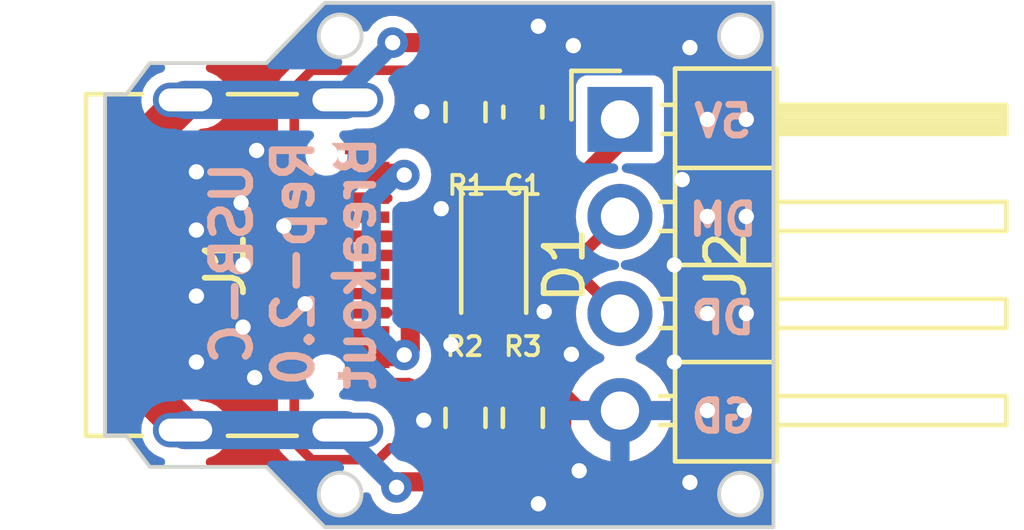
<source format=kicad_pcb>
(kicad_pcb (version 20221018) (generator pcbnew)
  (layers (0 "F.Cu" signal) (31 "B.Cu" signal) (34 "B.Paste" user) (35 "F.Paste" user) (36 "B.SilkS" user "B.Silkscreen") (37 "F.SilkS" user "F.Silkscreen") (38 "B.Mask" user) (39 "F.Mask" user) (44 "Edge.Cuts" user))
  (net 0 "")
  (net 1 "Net-(J1-SHIELD)")
  (net 2 "GND")
  (net 3 "VBUS")
  (net 4 "Net-(D1-A)")
  (net 5 "Net-(J1-CC1)")
  (net 6 "Net-(J2-Pin_3)")
  (net 7 "Net-(J2-Pin_2)")
  (net 8 "unconnected-(J1-SBU1-PadA8)")
  (net 9 "Net-(J1-CC2)")
  (net 10 "unconnected-(J1-SBU2-PadB8)")
  (footprint "Resistor_SMD:R_0603_1608Metric" (layer "F.Cu") (at 84.455 86.55 90)
    (fp_text reference "R2" (at 1.8664 -0.0254) (layer "F.SilkS") (effects (font (size 0.5 0.5) (thickness 0.1) bold)))
    (fp_text value "5.1k")
    (fp_line (start -0.237258 -0.5225) (end 0.237258 -0.5225) (stroke (width 0.12)) (layer "F.SilkS"))
    (fp_line (start -0.237258 0.5225) (end 0.237258 0.5225) (stroke (width 0.12)) (layer "F.SilkS"))
    (pad "1" smd roundrect (at -0.825 0 90) (size 0.8 0.95) (layers "F.Cu" "F.Paste" "F.Mask") (net 9 "Net-(J1-CC2)"))
    (pad "2" smd roundrect (at 0.825 0 90) (size 0.8 0.95) (layers "F.Cu" "F.Paste" "F.Mask") (net 2 "GND"))
  )
  (footprint "Connector_USB:USB_C_Receptacle_Palconn_UTC16-G" (layer "F.Cu") (at 79.373 82.55 -90)
    (fp_text reference "J1" (at 0 1.1918 -90) (layer "F.SilkS"))
    (fp_text value "USB_C_REC_16PIN")
    (fp_line (start -4.47 -0.67) (end -4.47 1.13) (stroke (width 0.12)) (layer "F.SilkS"))
    (fp_line (start -4.47 4.84) (end -4.47 3.38) (stroke (width 0.12)) (layer "F.SilkS"))
    (fp_line (start 4.47 -0.67) (end 4.47 1.13) (stroke (width 0.12)) (layer "F.SilkS"))
    (fp_line (start 4.47 4.84) (end -4.47 4.84) (stroke (width 0.12)) (layer "F.SilkS"))
    (fp_line (start 4.47 4.84) (end 4.47 3.38) (stroke (width 0.12)) (layer "F.SilkS"))
    (pad "" np_thru_hole circle (at -2.89 -1.45 90) (size 0.6 0.6) (drill 0.6) (layers "*.Cu" "*.Mask"))
    (pad "" np_thru_hole circle (at 2.89 -1.45 90) (size 0.6 0.6) (drill 0.6) (layers "*.Cu" "*.Mask"))
    (pad "A1" smd rect (at -3.2 -2.51 270) (size 0.6 1.16) (layers "F.Cu" "F.Paste" "F.Mask") (net 2 "GND"))
    (pad "A4" smd rect (at -2.4 -2.51 270) (size 0.6 1.16) (layers "F.Cu" "F.Paste" "F.Mask") (net 4 "Net-(D1-A)"))
    (pad "A5" smd rect (at -1.25 -2.51 90) (size 0.3 1.16) (layers "F.Cu" "F.Paste" "F.Mask") (net 5 "Net-(J1-CC1)"))
    (pad "A6" smd rect (at -0.25 -2.51 90) (size 0.3 1.16) (layers "F.Cu" "F.Paste" "F.Mask") (net 6 "Net-(J2-Pin_3)"))
    (pad "A7" smd rect (at 0.25 -2.51 90) (size 0.3 1.16) (layers "F.Cu" "F.Paste" "F.Mask") (net 7 "Net-(J2-Pin_2)"))
    (pad "A8" smd rect (at 1.25 -2.51 90) (size 0.3 1.16) (layers "F.Cu" "F.Paste" "F.Mask") (net 8 "unconnected-(J1-SBU1-PadA8)"))
    (pad "A9" smd rect (at 2.4 -2.51 270) (size 0.6 1.16) (layers "F.Cu" "F.Paste" "F.Mask") (net 4 "Net-(D1-A)"))
    (pad "A12" smd rect (at 3.2 -2.51 270) (size 0.6 1.16) (layers "F.Cu" "F.Paste" "F.Mask") (net 2 "GND"))
    (pad "B1" smd rect (at 3.2 -2.51 270) (size 0.6 1.16) (layers "F.Cu" "F.Paste" "F.Mask") (net 2 "GND"))
    (pad "B4" smd rect (at 2.4 -2.51 270) (size 0.6 1.16) (layers "F.Cu" "F.Paste" "F.Mask") (net 4 "Net-(D1-A)"))
    (pad "B5" smd rect (at 1.75 -2.51 90) (size 0.3 1.16) (layers "F.Cu" "F.Paste" "F.Mask") (net 9 "Net-(J1-CC2)"))
    (pad "B6" smd rect (at 0.75 -2.51 90) (size 0.3 1.16) (layers "F.Cu" "F.Paste" "F.Mask") (net 6 "Net-(J2-Pin_3)"))
    (pad "B7" smd rect (at -0.75 -2.51 90) (size 0.3 1.16) (layers "F.Cu" "F.Paste" "F.Mask") (net 7 "Net-(J2-Pin_2)"))
    (pad "B8" smd rect (at -1.75 -2.51 90) (size 0.3 1.16) (layers "F.Cu" "F.Paste" "F.Mask") (net 10 "unconnected-(J1-SBU2-PadB8)"))
    (pad "B9" smd rect (at -2.4 -2.51 270) (size 0.6 1.16) (layers "F.Cu" "F.Paste" "F.Mask") (net 4 "Net-(D1-A)"))
    (pad "B12" smd rect (at -3.2 -2.51 270) (size 0.6 1.16) (layers "F.Cu" "F.Paste" "F.Mask") (net 2 "GND"))
    (pad "S1" thru_hole oval (at -4.32 -1.93) (size 2 0.9) (drill oval 1.7 0.6) (layers "*.Cu" "*.Mask") (net 1 "Net-(J1-SHIELD)"))
    (pad "S1" thru_hole oval (at -4.32 2.24) (size 1.7 0.9) (drill oval 1.4 0.6) (layers "*.Cu" "*.Mask") (net 1 "Net-(J1-SHIELD)"))
    (pad "S1" thru_hole oval (at 4.32 -1.93) (size 2 0.9) (drill oval 1.7 0.6) (layers "*.Cu" "*.Mask") (net 1 "Net-(J1-SHIELD)"))
    (pad "S1" thru_hole oval (at 4.32 2.24) (size 1.7 0.9) (drill oval 1.4 0.6) (layers "*.Cu" "*.Mask") (net 1 "Net-(J1-SHIELD)"))
  )
  (footprint "Resistor_SMD:R_0603_1608Metric" (layer "F.Cu") (at 84.455 78.549 -90)
    (fp_text reference "R1" (at 1.9182 -0.0254) (layer "F.SilkS") (effects (font (size 0.5 0.5) (thickness 0.1) bold)))
    (fp_text value "5.1k")
    (fp_line (start -0.237258 -0.5225) (end 0.237258 -0.5225) (stroke (width 0.12)) (layer "F.SilkS"))
    (fp_line (start -0.237258 0.5225) (end 0.237258 0.5225) (stroke (width 0.12)) (layer "F.SilkS"))
    (pad "1" smd roundrect (at -0.825 0 270) (size 0.8 0.95) (layers "F.Cu" "F.Paste" "F.Mask") (net 5 "Net-(J1-CC1)"))
    (pad "2" smd roundrect (at 0.825 0 270) (size 0.8 0.95) (layers "F.Cu" "F.Paste" "F.Mask") (net 2 "GND"))
  )
  (footprint "Capacitor_SMD:C_0603_1608Metric" (layer "F.Cu") (at 85.9536 78.5498 -90)
    (fp_text reference "C1" (at 1.9174 0 -180) (layer "F.SilkS") (effects (font (size 0.5 0.5) (thickness 0.1) bold)))
    (fp_text value "4.7nF")
    (fp_line (start -0.14058 -0.51) (end 0.14058 -0.51) (stroke (width 0.12)) (layer "F.SilkS"))
    (fp_line (start -0.14058 0.51) (end 0.14058 0.51) (stroke (width 0.12)) (layer "F.SilkS"))
    (pad "1" smd roundrect (at -0.775 0 270) (size 0.9 0.95) (layers "F.Cu" "F.Paste" "F.Mask") (net 1 "Net-(J1-SHIELD)"))
    (pad "2" smd roundrect (at 0.775 0 270) (size 0.9 0.95) (layers "F.Cu" "F.Paste" "F.Mask") (net 2 "GND"))
  )
  (footprint "Resistor_SMD:R_0603_1608Metric" (layer "F.Cu") (at 85.9536 86.55 90)
    (fp_text reference "R3" (at 1.8664 0) (layer "F.SilkS") (effects (font (size 0.5 0.5) (thickness 0.1) bold)))
    (fp_text value "56k")
    (fp_line (start -0.237258 -0.5225) (end 0.237258 -0.5225) (stroke (width 0.12)) (layer "F.SilkS"))
    (fp_line (start -0.237258 0.5225) (end 0.237258 0.5225) (stroke (width 0.12)) (layer "F.SilkS"))
    (pad "1" smd roundrect (at -0.825 0 90) (size 0.8 0.95) (layers "F.Cu" "F.Paste" "F.Mask") (net 1 "Net-(J1-SHIELD)"))
    (pad "2" smd roundrect (at 0.825 0 90) (size 0.8 0.95) (layers "F.Cu" "F.Paste" "F.Mask") (net 2 "GND"))
  )
  (footprint "Diode_SMD:D_SOD-323_HandSoldering" (layer "F.Cu") (at 85.1916 82.55 -90)
    (fp_text reference "D1" (at 0 -1.85 -90) (layer "F.SilkS"))
    (fp_text value "1N5819WS")
    (fp_line (start -2.01 -0.85) (end -2.01 0.85) (stroke (width 0.12)) (layer "F.SilkS"))
    (fp_line (start -2.01 -0.85) (end 1.25 -0.85) (stroke (width 0.12)) (layer "F.SilkS"))
    (fp_line (start -2.01 0.85) (end 1.25 0.85) (stroke (width 0.12)) (layer "F.SilkS"))
    (pad "1" smd roundrect (at -1.25 0 270) (size 1 1) (layers "F.Cu" "F.Paste" "F.Mask") (net 3 "VBUS"))
    (pad "2" smd roundrect (at 1.25 0 270) (size 1 1) (layers "F.Cu" "F.Paste" "F.Mask") (net 4 "Net-(D1-A)"))
  )
  (footprint "Connector_PinHeader_2.54mm:PinHeader_1x04_P2.54mm_Horizontal" (layer "F.Cu") (at 88.4936 78.74)
    (fp_text reference "J2" (at 2.77 3.81 90) (layer "F.SilkS"))
    (fp_text value "USB_OUT")
    (fp_line (start -1.27 -1.27) (end 0 -1.27) (stroke (width 0.12)) (layer "F.SilkS"))
    (fp_line (start -1.27 0) (end -1.27 -1.27) (stroke (width 0.12)) (layer "F.SilkS"))
    (fp_line (start 1.042929 2.16) (end 1.44 2.16) (stroke (width 0.12)) (layer "F.SilkS"))
    (fp_line (start 1.042929 2.92) (end 1.44 2.92) (stroke (width 0.12)) (layer "F.SilkS"))
    (fp_line (start 1.042929 4.7) (end 1.44 4.7) (stroke (width 0.12)) (layer "F.SilkS"))
    (fp_line (start 1.042929 5.46) (end 1.44 5.46) (stroke (width 0.12)) (layer "F.SilkS"))
    (fp_line (start 1.042929 7.24) (end 1.44 7.24) (stroke (width 0.12)) (layer "F.SilkS"))
    (fp_line (start 1.042929 8) (end 1.44 8) (stroke (width 0.12)) (layer "F.SilkS"))
    (fp_line (start 1.11 -0.38) (end 1.44 -0.38) (stroke (width 0.12)) (layer "F.SilkS"))
    (fp_line (start 1.11 0.38) (end 1.44 0.38) (stroke (width 0.12)) (layer "F.SilkS"))
    (fp_line (start 1.44 -1.33) (end 1.44 8.95) (stroke (width 0.12)) (layer "F.SilkS"))
    (fp_line (start 1.44 1.27) (end 4.1 1.27) (stroke (width 0.12)) (layer "F.SilkS"))
    (fp_line (start 1.44 3.81) (end 4.1 3.81) (stroke (width 0.12)) (layer "F.SilkS"))
    (fp_line (start 1.44 6.35) (end 4.1 6.35) (stroke (width 0.12)) (layer "F.SilkS"))
    (fp_line (start 1.44 8.95) (end 4.1 8.95) (stroke (width 0.12)) (layer "F.SilkS"))
    (fp_line (start 4.1 -1.33) (end 1.44 -1.33) (stroke (width 0.12)) (layer "F.SilkS"))
    (fp_line (start 4.1 -0.38) (end 10.1 -0.38) (stroke (width 0.12)) (layer "F.SilkS"))
    (fp_line (start 4.1 -0.32) (end 10.1 -0.32) (stroke (width 0.12)) (layer "F.SilkS"))
    (fp_line (start 4.1 -0.2) (end 10.1 -0.2) (stroke (width 0.12)) (layer "F.SilkS"))
    (fp_line (start 4.1 -0.08) (end 10.1 -0.08) (stroke (width 0.12)) (layer "F.SilkS"))
    (fp_line (start 4.1 0.04) (end 10.1 0.04) (stroke (width 0.12)) (layer "F.SilkS"))
    (fp_line (start 4.1 0.16) (end 10.1 0.16) (stroke (width 0.12)) (layer "F.SilkS"))
    (fp_line (start 4.1 0.28) (end 10.1 0.28) (stroke (width 0.12)) (layer "F.SilkS"))
    (fp_line (start 4.1 2.16) (end 10.1 2.16) (stroke (width 0.12)) (layer "F.SilkS"))
    (fp_line (start 4.1 4.7) (end 10.1 4.7) (stroke (width 0.12)) (layer "F.SilkS"))
    (fp_line (start 4.1 7.24) (end 10.1 7.24) (stroke (width 0.12)) (layer "F.SilkS"))
    (fp_line (start 4.1 8.95) (end 4.1 -1.33) (stroke (width 0.12)) (layer "F.SilkS"))
    (fp_line (start 10.1 -0.38) (end 10.1 0.38) (stroke (width 0.12)) (layer "F.SilkS"))
    (fp_line (start 10.1 0.38) (end 4.1 0.38) (stroke (width 0.12)) (layer "F.SilkS"))
    (fp_line (start 10.1 2.16) (end 10.1 2.92) (stroke (width 0.12)) (layer "F.SilkS"))
    (fp_line (start 10.1 2.92) (end 4.1 2.92) (stroke (width 0.12)) (layer "F.SilkS"))
    (fp_line (start 10.1 4.7) (end 10.1 5.46) (stroke (width 0.12)) (layer "F.SilkS"))
    (fp_line (start 10.1 5.46) (end 4.1 5.46) (stroke (width 0.12)) (layer "F.SilkS"))
    (fp_line (start 10.1 7.24) (end 10.1 8) (stroke (width 0.12)) (layer "F.SilkS"))
    (fp_line (start 10.1 8) (end 4.1 8) (stroke (width 0.12)) (layer "F.SilkS"))
    (pad "1" thru_hole rect (at 0 0) (size 1.7 1.7) (drill 1) (layers "*.Cu" "*.Mask") (net 3 "VBUS"))
    (pad "2" thru_hole oval (at 0 2.54) (size 1.7 1.7) (drill 1) (layers "*.Cu" "*.Mask") (net 7 "Net-(J2-Pin_2)"))
    (pad "3" thru_hole oval (at 0 5.08) (size 1.7 1.7) (drill 1) (layers "*.Cu" "*.Mask") (net 6 "Net-(J2-Pin_3)"))
    (pad "4" thru_hole oval (at 0 7.62) (size 1.7 1.7) (drill 1) (layers "*.Cu" "*.Mask") (net 2 "GND"))
  )
  (gr_circle (center 81.1784 76.5556) (end 81.7372 76.6064) (stroke (width 0.1)) (fill none) (layer "Edge.Cuts"))
  (gr_circle (center 81.1784 88.5444) (end 81.7372 88.5952) (stroke (width 0.1)) (fill none) (layer "Edge.Cuts"))
  (gr_circle (center 91.6432 88.5444) (end 92.202 88.5444) (stroke (width 0.1)) (fill none) (layer "Edge.Cuts"))
  (gr_circle (center 91.6432 76.5556) (end 92.202 76.5556) (stroke (width 0.1)) (fill none) (layer "Edge.Cuts"))
  (gr_poly (pts (xy 75.0316 78.0796) (xy 75.5904 78.0796) (xy 76.2 77.2668) (xy 79.248 77.2668) (xy 80.772 75.692) (xy 92.5068 75.692) (xy 92.5068 89.408) (xy 80.772 89.408) (xy 79.248 87.8332) (xy 76.2 87.8332) (xy 75.5904 87.0204) (xy 75.0316 87.0204)) (stroke (width 0.1)) (fill none) (layer "Edge.Cuts"))
  (gr_text "USB-C\nRep-2.0\nBreakout\n" (at 79.9592 82.4992 90) (layer "B.SilkS") (effects (font (size 1 1) (thickness 0.2) bold) (justify mirror)))
  (gr_text "5V\n\nDM\n\nDP\n\nGD" (at 91.186 82.6516) (layer "B.SilkS") (effects (font (size 0.8 0.8) (thickness 0.18) bold) (justify mirror)))
  (segment (start 75.9088 85.6458) (end 75.9088 79.4542) (width 1) (layer "F.Cu") (net 1))
  (segment (start 75.9088 79.4542) (end 77.133 78.23) (width 1) (layer "F.Cu") (net 1))
  (segment (start 82.55 76.7305) (end 84.9093 76.7305) (width 0.5) (layer "F.Cu") (net 1))
  (segment (start 82.7961 88.225) (end 85.1036 88.225) (width 0.5) (layer "F.Cu") (net 1))
  (segment (start 82.6516 88.3695) (end 82.7961 88.225) (width 0.5) (layer "F.Cu") (net 1))
  (segment (start 77.133 86.87) (end 75.9088 85.6458) (width 1) (layer "F.Cu") (net 1))
  (segment (start 85.1036 88.225) (end 85.9536 87.375) (width 0.5) (layer "F.Cu") (net 1))
  (segment (start 84.9093 76.7305) (end 85.9536 77.7748) (width 0.5) (layer "F.Cu") (net 1))
  (via (at 82.55 76.7305) (size 0.8) (drill 0.4) (layers "F.Cu" "B.Cu") (net 1))
  (via (at 82.6516 88.3695) (size 0.8) (drill 0.4) (layers "F.Cu" "B.Cu") (net 1))
  (segment (start 77.133 86.87) (end 81.303 86.87) (width 1) (layer "B.Cu") (net 1))
  (segment (start 82.6516 88.3695) (end 82.6291 88.3695) (width 0.5) (layer "B.Cu") (net 1))
  (segment (start 82.55 76.7588) (end 81.303 78.0058) (width 0.5) (layer "B.Cu") (net 1))
  (segment (start 77.133 78.23) (end 81.303 78.23) (width 1) (layer "B.Cu") (net 1))
  (segment (start 81.121629 78.23) (end 81.303 78.23) (width 0.5) (layer "B.Cu") (net 1))
  (segment (start 81.303 87.0434) (end 81.303 86.87) (width 0.5) (layer "B.Cu") (net 1))
  (segment (start 82.55 76.7305) (end 82.55 76.7588) (width 0.5) (layer "B.Cu") (net 1))
  (segment (start 82.6291 88.3695) (end 81.303 87.0434) (width 0.5) (layer "B.Cu") (net 1))
  (segment (start 81.303 78.0058) (end 81.303 78.23) (width 0.5) (layer "B.Cu") (net 1))
  (segment (start 83.312 78.5368) (end 82.9056 78.9432) (width 0.5) (layer "F.Cu") (net 2))
  (segment (start 82.959904 85.753904) (end 82.501998 85.753904) (width 0.5) (layer "F.Cu") (net 2))
  (segment (start 82.501998 85.753904) (end 82.498094 85.75) (width 0.5) (layer "F.Cu") (net 2))
  (segment (start 83.3628 86.614) (end 83.3628 86.1568) (width 0.5) (layer "F.Cu") (net 2))
  (segment (start 85.9536 79.3248) (end 86.842 79.3248) (width 0.5) (layer "F.Cu") (net 2))
  (segment (start 83.3628 86.1568) (end 82.959904 85.753904) (width 0.5) (layer "F.Cu") (net 2))
  (segment (start 84.4794 79.3496) (end 85.9288 79.3496) (width 0.5) (layer "F.Cu") (net 2))
  (segment (start 82.4988 79.35) (end 81.883 79.35) (width 0.5) (layer "F.Cu") (net 2))
  (segment (start 85.9536 80.1116) (end 85.9536 79.3248) (width 0.5) (layer "F.Cu") (net 2))
  (segment (start 86.741 85.725) (end 87.376 86.36) (width 0.5) (layer "F.Cu") (net 2))
  (segment (start 83.3364 79.374) (end 84.455 79.374) (width 0.5) (layer "F.Cu") (net 2))
  (segment (start 84.455 79.374) (end 84.4794 79.3496) (width 0.5) (layer "F.Cu") (net 2))
  (segment (start 83.3628 86.0044) (end 83.6422 85.725) (width 0.5) (layer "F.Cu") (net 2))
  (segment (start 85.7504 80.3148) (end 85.9536 80.1116) (width 0.5) (layer "F.Cu") (net 2))
  (segment (start 83.3628 86.614) (end 83.3628 86.0044) (width 0.5) (layer "F.Cu") (net 2))
  (segment (start 82.498094 85.75) (end 81.883 85.75) (width 0.5) (layer "F.Cu") (net 2))
  (segment (start 87.376 86.36) (end 88.4936 86.36) (width 0.5) (layer "F.Cu") (net 2))
  (segment (start 85.9288 79.3496) (end 85.9536 79.3248) (width 0.5) (layer "F.Cu") (net 2))
  (segment (start 84.455 79.374) (end 84.455 80.4418) (width 0.5) (layer "F.Cu") (net 2))
  (segment (start 87.0712 77.0128) (end 87.2744 76.8096) (width 0.5) (layer "F.Cu") (net 2))
  (segment (start 84.455 85.725) (end 84.4804 85.6996) (width 0.5) (layer "F.Cu") (net 2))
  (segment (start 83.82 81.0768) (end 84.582 80.3148) (width 0.5) (layer "F.Cu") (net 2))
  (segment (start 84.4804 85.6996) (end 85.9282 85.6996) (width 0.5) (layer "F.Cu") (net 2))
  (segment (start 86.9696 87.4776) (end 87.4268 87.9348) (width 0.5) (layer "F.Cu") (net 2))
  (segment (start 86.5124 84.2772) (end 86.0396 84.75) (width 0.5) (layer "F.Cu") (net 2))
  (segment (start 84.455 80.4418) (end 83.82 81.0768) (width 0.5) (layer "F.Cu") (net 2))
  (segment (start 86.842 79.3248) (end 87.0712 79.0956) (width 0.5) (layer "F.Cu") (net 2))
  (segment (start 83.6422 85.725) (end 84.455 85.725) (width 0.5) (layer "F.Cu") (net 2))
  (segment (start 86.9696 85.9536) (end 86.9696 87.4776) (width 0.5) (layer "F.Cu") (net 2))
  (segment (start 86.741 85.725) (end 86.9696 85.9536) (width 0.5) (layer "F.Cu") (net 2))
  (segment (start 84.1912 84.75) (end 84.074 84.6328) (width 0.5) (layer "F.Cu") (net 2))
  (segment (start 85.9282 85.6996) (end 85.9536 85.725) (width 0.5) (layer "F.Cu") (net 2))
  (segment (start 83.312 78.5368) (end 82.4988 79.35) (width 0.5) (layer "F.Cu") (net 2))
  (segment (start 84.582 80.3148) (end 85.7504 80.3148) (width 0.5) (layer "F.Cu") (net 2))
  (segment (start 87.0712 79.0956) (end 87.0712 77.0128) (width 0.5) (layer "F.Cu") (net 2))
  (segment (start 86.5124 83.7692) (end 86.5124 84.2772) (width 0.5) (layer "F.Cu") (net 2))
  (segment (start 85.9536 85.725) (end 86.741 85.725) (width 0.5) (layer "F.Cu") (net 2))
  (segment (start 86.0396 84.75) (end 84.1912 84.75) (width 0.5) (layer "F.Cu") (net 2))
  (segment (start 82.9056 78.9432) (end 83.3364 79.374) (width 0.5) (layer "F.Cu") (net 2))
  (via (at 86.36 88.7984) (size 0.8) (drill 0.4) (layers "F.Cu" "B.Cu") (net 2))
  (via (at 83.312 78.5368) (size 0.8) (drill 0.4) (layers "F.Cu" "B.Cu") (net 2))
  (via (at 79.7052 81.534) (size 0.8) (drill 0.4) (layers "F.Cu" "B.Cu") (net 2))
  (via (at 86.36 76.3016) (size 0.8) (drill 0.4) (layers "F.Cu" "B.Cu") (net 2))
  (via (at 90.7796 86.36) (size 0.8) (drill 0.4) (layers "F.Cu" "B.Cu") (net 2))
  (via (at 90.7796 78.74) (size 0.8) (drill 0.4) (layers "F.Cu" "B.Cu") (net 2))
  (via (at 91.7448 86.36) (size 0.8) (drill 0.4) (layers "F.Cu" "B.Cu") (net 2))
  (via (at 89.916 82.55) (size 0.8) (drill 0.4) (layers "F.Cu" "B.Cu") (net 2))
  (via (at 77.4192 85.09) (size 0.8) (drill 0.4) (layers "F.Cu" "B.Cu") (net 2))
  (via (at 78.9432 85.4964) (size 0.8) (drill 0.4) (layers "F.Cu" "B.Cu") (net 2))
  (via (at 90.7796 81.28) (size 0.8) (drill 0.4) (layers "F.Cu" "B.Cu") (net 2))
  (via (at 90.7796 83.82) (size 0.8) (drill 0.4) (layers "F.Cu" "B.Cu") (net 2))
  (via (at 86.5124 83.7692) (size 0.8) (drill 0.4) (layers "F.Cu" "B.Cu") (net 2))
  (via (at 83.82 81.0768) (size 0.8) (drill 0.4) (layers "F.Cu" "B.Cu") (net 2))
  (via (at 77.4192 80.1116) (size 0.8) (drill 0.4) (layers "F.Cu" "B.Cu") (net 2))
  (via (at 80.264 83.566) (size 0.8) (drill 0.4) (layers "F.Cu" "B.Cu") (net 2))
  (via (at 83.3628 86.614) (size 0.8) (drill 0.4) (layers "F.Cu" "B.Cu") (net 2))
  (via (at 78.5876 80.9244) (size 0.8) (drill 0.4) (layers "F.Cu" "B.Cu") (net 2))
  (via (at 90.1192 80.3148) (size 0.8) (drill 0.4) (layers "F.Cu" "B.Cu") (net 2))
  (via (at 78.6384 84.1756) (size 0.8) (drill 0.4) (layers "F.Cu" "B.Cu") (net 2))
  (via (at 90.3224 76.8604) (size 0.8) (drill 0.4) (layers "F.Cu" "B.Cu") (net 2))
  (via (at 89.916 85.09) (size 0.8) (drill 0.4) (layers "F.Cu" "B.Cu") (net 2))
  (via (at 90.3224 88.2396) (size 0.8) (drill 0.4) (layers "F.Cu" "B.Cu") (net 2))
  (via (at 84.074 84.6328) (size 0.8) (drill 0.4) (layers "F.Cu" "B.Cu") (net 2))
  (via (at 91.7956 81.28) (size 0.8) (drill 0.4) (layers "F.Cu" "B.Cu") (net 2))
  (via (at 91.7956 83.82) (size 0.8) (drill 0.4) (layers "F.Cu" "B.Cu") (net 2))
  (via (at 87.2744 76.8096) (size 0.8) (drill 0.4) (layers "F.Cu" "B.Cu") (net 2))
  (via (at 78.6384 82.55) (size 0.8) (drill 0.4) (layers "F.Cu" "B.Cu") (net 2))
  (via (at 91.7956 78.74) (size 0.8) (drill 0.4) (layers "F.Cu" "B.Cu") (net 2))
  (via (at 78.994 79.5528) (size 0.8) (drill 0.4) (layers "F.Cu" "B.Cu") (net 2))
  (via (at 77.4192 83.3628) (size 0.8) (drill 0.4) (layers "F.Cu" "B.Cu") (net 2))
  (via (at 87.2236 84.8868) (size 0.8) (drill 0.4) (layers "F.Cu" "B.Cu") (net 2))
  (via (at 87.4268 87.9348) (size 0.8) (drill 0.4) (layers "F.Cu" "B.Cu") (net 2))
  (via (at 77.4192 81.6356) (size 0.8) (drill 0.4) (layers "F.Cu" "B.Cu") (net 2))
  (segment (start 83.312 78.5368) (end 81.28 80.5688) (width 0.5) (layer "B.Cu") (net 2))
  (segment (start 81.28 84.5312) (end 83.3628 86.614) (width 0.5) (layer "B.Cu") (net 2))
  (segment (start 81.28 80.5688) (end 81.28 84.5312) (width 0.5) (layer "B.Cu") (net 2))
  (segment (start 88.4936 79.2988) (end 88.4936 78.74) (width 0.5) (layer "F.Cu") (net 3))
  (segment (start 85.1916 81.5) (end 86.2924 81.5) (width 0.5) (layer "F.Cu") (net 3))
  (segment (start 86.2924 81.5) (end 88.4936 79.2988) (width 0.5) (layer "F.Cu") (net 3))
  (segment (start 83.011528 84.746456) (end 83.011528 84.2216) (width 0.5) (layer "F.Cu") (net 4))
  (segment (start 82.6895 80.15) (end 81.883 80.15) (width 0.5) (layer "F.Cu") (net 4))
  (segment (start 82.85408 84.903904) (end 82.676836 84.903904) (width 0.5) (layer "F.Cu") (net 4))
  (segment (start 82.63074 84.95) (end 81.883 84.95) (width 0.5) (layer "F.Cu") (net 4))
  (segment (start 82.735597 80.196097) (end 82.6895 80.15) (width 0.5) (layer "F.Cu") (net 4))
  (segment (start 83.011528 84.2216) (end 83.633128 83.6) (width 0.5) (layer "F.Cu") (net 4))
  (segment (start 82.854078 80.196097) (end 82.735597 80.196097) (width 0.5) (layer "F.Cu") (net 4))
  (segment (start 82.85408 84.903904) (end 83.011528 84.746456) (width 0.5) (layer "F.Cu") (net 4))
  (segment (start 83.633128 83.6) (end 85.1916 83.6) (width 0.5) (layer "F.Cu") (net 4))
  (segment (start 82.676836 84.903904) (end 82.63074 84.95) (width 0.5) (layer "F.Cu") (net 4))
  (via (at 82.854078 80.196097) (size 0.8) (drill 0.4) (layers "F.Cu" "B.Cu") (net 4))
  (via (at 82.85408 84.903904) (size 0.8) (drill 0.4) (layers "F.Cu" "B.Cu") (net 4))
  (segment (start 82.642654 84.903904) (end 81.9912 84.25245) (width 0.5) (layer "B.Cu") (net 4))
  (segment (start 81.9912 84.25245) (end 81.9912 80.84755) (width 0.5) (layer "B.Cu") (net 4))
  (segment (start 82.642653 80.196097) (end 82.854078 80.196097) (width 0.5) (layer "B.Cu") (net 4))
  (segment (start 82.85408 84.903904) (end 82.642654 84.903904) (width 0.5) (layer "B.Cu") (net 4))
  (segment (start 81.9912 80.84755) (end 82.642653 80.196097) (width 0.5) (layer "B.Cu") (net 4))
  (segment (start 80.431984 77.455) (end 79.978 77.908984) (width 0.25) (layer "F.Cu") (net 5))
  (segment (start 84.186 77.455) (end 80.431984 77.455) (width 0.25) (layer "F.Cu") (net 5))
  (segment (start 81.003 81.3) (end 81.883 81.3) (width 0.25) (layer "F.Cu") (net 5))
  (segment (start 84.455 77.724) (end 84.186 77.455) (width 0.25) (layer "F.Cu") (net 5))
  (segment (start 79.978 77.908984) (end 79.978 80.275) (width 0.25) (layer "F.Cu") (net 5))
  (segment (start 79.978 80.275) (end 81.003 81.3) (width 0.25) (layer "F.Cu") (net 5))
  (segment (start 83.259 82.804) (end 87.4268 82.804) (width 0.3) (layer "F.Cu") (net 6))
  (segment (start 82.813 83.25) (end 83.259 82.804) (width 0.3) (layer "F.Cu") (net 6))
  (segment (start 88.4428 83.82) (end 88.4936 83.82) (width 0.3) (layer "F.Cu") (net 6))
  (segment (start 82.755 82.3) (end 81.883 82.3) (width 0.3) (layer "F.Cu") (net 6))
  (segment (start 83.259 82.804) (end 82.755 82.3) (width 0.3) (layer "F.Cu") (net 6))
  (segment (start 87.4268 82.804) (end 88.4428 83.82) (width 0.3) (layer "F.Cu") (net 6))
  (segment (start 82.763 83.3) (end 82.813 83.25) (width 0.3) (layer "F.Cu") (net 6))
  (segment (start 81.883 83.3) (end 82.763 83.3) (width 0.3) (layer "F.Cu") (net 6))
  (segment (start 81.883 81.8) (end 83.020107 81.8) (width 0.3) (layer "F.Cu") (net 7))
  (segment (start 87.4696 82.304) (end 88.4936 81.28) (width 0.3) (layer "F.Cu") (net 7))
  (segment (start 80.772 82.042) (end 80.772 82.569) (width 0.3) (layer "F.Cu") (net 7))
  (segment (start 83.020107 81.8) (end 83.524107 82.304) (width 0.3) (layer "F.Cu") (net 7))
  (segment (start 80.772 82.569) (end 81.003 82.8) (width 0.3) (layer "F.Cu") (net 7))
  (segment (start 81.883 81.8) (end 81.014 81.8) (width 0.3) (layer "F.Cu") (net 7))
  (segment (start 83.524107 82.304) (end 87.4696 82.304) (width 0.3) (layer "F.Cu") (net 7))
  (segment (start 81.014 81.8) (end 80.772 82.042) (width 0.3) (layer "F.Cu") (net 7))
  (segment (start 81.003 82.8) (end 81.883 82.8) (width 0.3) (layer "F.Cu") (net 7))
  (segment (start 82.423 83.8) (end 81.638 83.8) (width 0.25) (layer "F.Cu") (net 8))
  (segment (start 80.431984 87.645) (end 82.174016 87.645) (width 0.25) (layer "F.Cu") (net 9))
  (segment (start 79.978 87.191016) (end 80.431984 87.645) (width 0.25) (layer "F.Cu") (net 9))
  (segment (start 84.419 87.339) (end 84.455 87.375) (width 0.25) (layer "F.Cu") (net 9))
  (segment (start 82.480016 87.339) (end 84.419 87.339) (width 0.25) (layer "F.Cu") (net 9))
  (segment (start 79.978 85.325) (end 79.978 87.191016) (width 0.25) (layer "F.Cu") (net 9))
  (segment (start 82.174016 87.645) (end 82.480016 87.339) (width 0.25) (layer "F.Cu") (net 9))
  (segment (start 81.883 84.3) (end 81.003 84.3) (width 0.25) (layer "F.Cu") (net 9))
  (segment (start 81.003 84.3) (end 79.978 85.325) (width 0.25) (layer "F.Cu") (net 9))
  (segment (start 81.613 80.8) (end 82.423 80.8) (width 0.25) (layer "F.Cu") (net 10))
  (zone (net 2) (net_name "GND") (layers "F&B.Cu") (connect_pads (clearance 0.3)) (min_thickness 0.25) (fill yes (thermal_gap 0.5) (thermal_bridge_width 0.5))
    (polygon (pts (xy 75.0316 78.0796) (xy 75.5904 78.0796) (xy 76.2 77.2668) (xy 79.248 77.2668) (xy 80.772 75.692) (xy 92.5068 75.692) (xy 92.5068 89.408) (xy 80.772 89.408) (xy 79.248 87.8332) (xy 76.2 87.8332) (xy 75.5904 87.0204) (xy 75.0316 87.0204)))
  )
)
</source>
